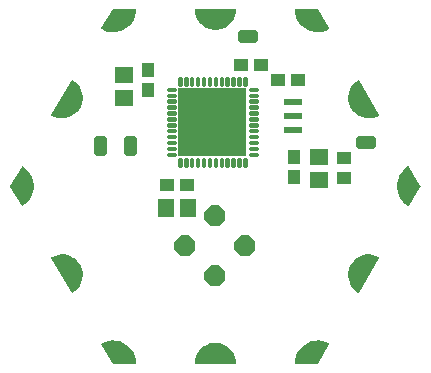
<source format=gbr>
G04 EAGLE Gerber RS-274X export*
G75*
%MOMM*%
%FSLAX34Y34*%
%LPD*%
%INSoldermask Bottom*%
%IPPOS*%
%AMOC8*
5,1,8,0,0,1.08239X$1,22.5*%
G01*
%ADD10R,1.601600X1.401600*%
%ADD11C,0.225016*%
%ADD12R,5.801588X5.801588*%
%ADD13R,1.501597X0.501600*%
%ADD14R,1.401600X1.601600*%
%ADD15R,1.101600X1.201600*%
%ADD16R,1.201600X1.101600*%
%ADD17C,0.605878*%
%ADD18C,1.101600*%
%ADD19P,1.924489X8X202.500000*%

G36*
X363231Y195709D02*
X363231Y195709D01*
X363260Y195706D01*
X363327Y195728D01*
X363397Y195742D01*
X363421Y195759D01*
X363449Y195768D01*
X363502Y195815D01*
X363561Y195855D01*
X363577Y195879D01*
X363599Y195899D01*
X363630Y195963D01*
X363668Y196022D01*
X363673Y196051D01*
X363685Y196077D01*
X363694Y196177D01*
X363701Y196219D01*
X363698Y196229D01*
X363700Y196243D01*
X363468Y199041D01*
X363458Y199075D01*
X363454Y199123D01*
X362765Y201844D01*
X362750Y201876D01*
X362738Y201922D01*
X361610Y204494D01*
X361590Y204522D01*
X361571Y204566D01*
X360035Y206917D01*
X360011Y206941D01*
X359985Y206982D01*
X358083Y209047D01*
X358055Y209068D01*
X358022Y209103D01*
X355807Y210828D01*
X355776Y210843D01*
X355738Y210873D01*
X353268Y212209D01*
X353235Y212219D01*
X353193Y212242D01*
X352007Y212650D01*
X350553Y213149D01*
X350537Y213154D01*
X350503Y213159D01*
X350457Y213174D01*
X347688Y213636D01*
X347653Y213635D01*
X347606Y213643D01*
X344798Y213643D01*
X344764Y213636D01*
X344716Y213636D01*
X341947Y213174D01*
X341914Y213162D01*
X341867Y213154D01*
X339211Y212242D01*
X339181Y212225D01*
X339136Y212209D01*
X336666Y210873D01*
X336640Y210851D01*
X336597Y210828D01*
X334382Y209103D01*
X334359Y209077D01*
X334321Y209047D01*
X332419Y206982D01*
X332401Y206952D01*
X332369Y206917D01*
X330833Y204566D01*
X330820Y204534D01*
X330794Y204494D01*
X329666Y201922D01*
X329659Y201889D01*
X329656Y201882D01*
X329650Y201873D01*
X329649Y201867D01*
X329639Y201844D01*
X328950Y199123D01*
X328948Y199088D01*
X328936Y199041D01*
X328704Y196243D01*
X328708Y196214D01*
X328703Y196185D01*
X328720Y196116D01*
X328728Y196046D01*
X328742Y196020D01*
X328749Y195992D01*
X328791Y195935D01*
X328826Y195873D01*
X328850Y195855D01*
X328867Y195832D01*
X328928Y195796D01*
X328985Y195753D01*
X329013Y195745D01*
X329038Y195730D01*
X329136Y195714D01*
X329177Y195703D01*
X329188Y195705D01*
X329202Y195703D01*
X363202Y195703D01*
X363231Y195709D01*
G37*
G36*
X347640Y478768D02*
X347640Y478768D01*
X347688Y478768D01*
X350457Y479230D01*
X350490Y479242D01*
X350537Y479250D01*
X353193Y480162D01*
X353223Y480179D01*
X353268Y480195D01*
X355738Y481531D01*
X355764Y481553D01*
X355807Y481576D01*
X358022Y483301D01*
X358045Y483327D01*
X358083Y483357D01*
X359985Y485422D01*
X360003Y485452D01*
X360035Y485487D01*
X361571Y487838D01*
X361584Y487870D01*
X361610Y487910D01*
X362738Y490482D01*
X362745Y490515D01*
X362765Y490560D01*
X363454Y493281D01*
X363456Y493316D01*
X363468Y493363D01*
X363700Y496161D01*
X363696Y496190D01*
X363701Y496219D01*
X363685Y496288D01*
X363676Y496358D01*
X363662Y496384D01*
X363655Y496412D01*
X363613Y496469D01*
X363578Y496531D01*
X363554Y496549D01*
X363537Y496572D01*
X363476Y496608D01*
X363419Y496651D01*
X363391Y496659D01*
X363366Y496674D01*
X363268Y496690D01*
X363227Y496701D01*
X363216Y496699D01*
X363202Y496701D01*
X329202Y496701D01*
X329173Y496695D01*
X329144Y496698D01*
X329077Y496676D01*
X329007Y496662D01*
X328983Y496645D01*
X328955Y496636D01*
X328902Y496589D01*
X328843Y496549D01*
X328828Y496525D01*
X328806Y496505D01*
X328774Y496441D01*
X328736Y496382D01*
X328731Y496353D01*
X328719Y496327D01*
X328710Y496227D01*
X328703Y496185D01*
X328706Y496175D01*
X328704Y496161D01*
X328936Y493363D01*
X328946Y493329D01*
X328950Y493281D01*
X329639Y490560D01*
X329654Y490528D01*
X329666Y490482D01*
X330794Y487910D01*
X330814Y487882D01*
X330833Y487838D01*
X332369Y485487D01*
X332393Y485463D01*
X332419Y485422D01*
X334321Y483357D01*
X334349Y483336D01*
X334382Y483301D01*
X336597Y481576D01*
X336628Y481561D01*
X336666Y481531D01*
X339136Y480195D01*
X339169Y480185D01*
X339211Y480162D01*
X341867Y479250D01*
X341901Y479246D01*
X341947Y479230D01*
X344716Y478768D01*
X344751Y478769D01*
X344798Y478761D01*
X347606Y478761D01*
X347640Y478768D01*
G37*
G36*
X224809Y256012D02*
X224809Y256012D01*
X224880Y256009D01*
X224907Y256019D01*
X224936Y256021D01*
X225026Y256063D01*
X225066Y256078D01*
X225074Y256086D01*
X225087Y256092D01*
X227390Y257691D01*
X227414Y257717D01*
X227454Y257744D01*
X229463Y259701D01*
X229482Y259730D01*
X229517Y259763D01*
X231176Y262024D01*
X231191Y262055D01*
X231220Y262094D01*
X232484Y264597D01*
X232493Y264631D01*
X232515Y264674D01*
X233351Y267351D01*
X233354Y267385D01*
X233369Y267431D01*
X233752Y270210D01*
X233750Y270244D01*
X233756Y270292D01*
X233677Y273095D01*
X233669Y273129D01*
X233668Y273177D01*
X233129Y275929D01*
X233115Y275961D01*
X233106Y276009D01*
X232121Y278634D01*
X232106Y278659D01*
X232101Y278679D01*
X232093Y278690D01*
X232086Y278709D01*
X230682Y281137D01*
X230659Y281163D01*
X230635Y281205D01*
X228851Y283368D01*
X228824Y283390D01*
X228793Y283427D01*
X226677Y285268D01*
X226647Y285285D01*
X226611Y285317D01*
X224220Y286784D01*
X224188Y286795D01*
X224147Y286821D01*
X221548Y287874D01*
X221514Y287881D01*
X221469Y287899D01*
X218732Y288510D01*
X218697Y288511D01*
X218650Y288522D01*
X215850Y288674D01*
X215816Y288669D01*
X215768Y288672D01*
X212980Y288362D01*
X212947Y288351D01*
X212899Y288346D01*
X210201Y287581D01*
X210171Y287565D01*
X210124Y287552D01*
X207589Y286353D01*
X207565Y286336D01*
X207538Y286326D01*
X207486Y286277D01*
X207429Y286234D01*
X207415Y286209D01*
X207394Y286189D01*
X207365Y286124D01*
X207329Y286063D01*
X207326Y286034D01*
X207314Y286007D01*
X207313Y285936D01*
X207304Y285865D01*
X207312Y285837D01*
X207312Y285808D01*
X207346Y285715D01*
X207358Y285674D01*
X207365Y285665D01*
X207370Y285652D01*
X224370Y256252D01*
X224389Y256230D01*
X224402Y256204D01*
X224455Y256156D01*
X224502Y256103D01*
X224528Y256091D01*
X224550Y256071D01*
X224617Y256048D01*
X224681Y256018D01*
X224710Y256016D01*
X224738Y256007D01*
X224809Y256012D01*
G37*
G36*
X476588Y403735D02*
X476588Y403735D01*
X476636Y403732D01*
X479424Y404042D01*
X479457Y404053D01*
X479505Y404058D01*
X482203Y404823D01*
X482233Y404839D01*
X482280Y404852D01*
X484815Y406051D01*
X484839Y406068D01*
X484866Y406078D01*
X484918Y406127D01*
X484975Y406170D01*
X484989Y406195D01*
X485011Y406215D01*
X485039Y406280D01*
X485075Y406342D01*
X485078Y406370D01*
X485090Y406397D01*
X485091Y406468D01*
X485100Y406539D01*
X485092Y406567D01*
X485092Y406596D01*
X485058Y406689D01*
X485046Y406730D01*
X485039Y406739D01*
X485034Y406752D01*
X468034Y436152D01*
X468015Y436174D01*
X468002Y436200D01*
X467949Y436248D01*
X467902Y436301D01*
X467876Y436313D01*
X467854Y436333D01*
X467787Y436356D01*
X467723Y436386D01*
X467694Y436388D01*
X467666Y436397D01*
X467595Y436392D01*
X467524Y436395D01*
X467497Y436385D01*
X467468Y436383D01*
X467378Y436341D01*
X467338Y436326D01*
X467330Y436318D01*
X467317Y436312D01*
X465014Y434713D01*
X464990Y434688D01*
X464950Y434660D01*
X462941Y432703D01*
X462922Y432674D01*
X462887Y432641D01*
X461228Y430380D01*
X461213Y430349D01*
X461184Y430310D01*
X459920Y427807D01*
X459911Y427773D01*
X459889Y427730D01*
X459053Y425053D01*
X459050Y425019D01*
X459035Y424973D01*
X458652Y422194D01*
X458654Y422160D01*
X458648Y422112D01*
X458727Y419309D01*
X458735Y419275D01*
X458736Y419227D01*
X459275Y416475D01*
X459289Y416443D01*
X459298Y416395D01*
X460283Y413770D01*
X460301Y413740D01*
X460318Y413695D01*
X461722Y411267D01*
X461745Y411241D01*
X461769Y411200D01*
X463553Y409036D01*
X463580Y409014D01*
X463611Y408977D01*
X465727Y407136D01*
X465757Y407119D01*
X465793Y407088D01*
X468184Y405620D01*
X468216Y405609D01*
X468257Y405583D01*
X470856Y404530D01*
X470890Y404523D01*
X470935Y404505D01*
X473672Y403894D01*
X473707Y403893D01*
X473754Y403882D01*
X476554Y403730D01*
X476588Y403735D01*
G37*
G36*
X467628Y256013D02*
X467628Y256013D01*
X467699Y256012D01*
X467726Y256023D01*
X467755Y256027D01*
X467817Y256061D01*
X467882Y256089D01*
X467903Y256110D01*
X467928Y256124D01*
X467991Y256200D01*
X468021Y256231D01*
X468025Y256241D01*
X468034Y256252D01*
X485034Y285652D01*
X485043Y285680D01*
X485060Y285704D01*
X485075Y285773D01*
X485097Y285841D01*
X485095Y285870D01*
X485101Y285898D01*
X485088Y285968D01*
X485082Y286039D01*
X485069Y286065D01*
X485063Y286093D01*
X485023Y286152D01*
X484991Y286215D01*
X484968Y286234D01*
X484952Y286258D01*
X484870Y286315D01*
X484837Y286342D01*
X484827Y286345D01*
X484815Y286353D01*
X482280Y287552D01*
X482246Y287560D01*
X482203Y287581D01*
X479505Y288346D01*
X479470Y288348D01*
X479424Y288362D01*
X476636Y288672D01*
X476602Y288669D01*
X476554Y288674D01*
X473754Y288522D01*
X473720Y288513D01*
X473672Y288510D01*
X470935Y287899D01*
X470903Y287885D01*
X470856Y287874D01*
X468257Y286821D01*
X468228Y286802D01*
X468184Y286784D01*
X465793Y285317D01*
X465768Y285293D01*
X465727Y285268D01*
X463611Y283427D01*
X463590Y283400D01*
X463553Y283368D01*
X461769Y281205D01*
X461753Y281174D01*
X461722Y281137D01*
X460318Y278709D01*
X460307Y278676D01*
X460300Y278663D01*
X460290Y278649D01*
X460290Y278646D01*
X460283Y278634D01*
X459298Y276009D01*
X459292Y275974D01*
X459275Y275929D01*
X458736Y273177D01*
X458736Y273143D01*
X458727Y273095D01*
X458648Y270292D01*
X458654Y270258D01*
X458652Y270210D01*
X459035Y267431D01*
X459047Y267399D01*
X459053Y267351D01*
X459889Y264674D01*
X459906Y264643D01*
X459920Y264597D01*
X461184Y262094D01*
X461206Y262067D01*
X461228Y262024D01*
X462887Y259763D01*
X462913Y259740D01*
X462941Y259701D01*
X464950Y257744D01*
X464979Y257725D01*
X465014Y257691D01*
X467317Y256092D01*
X467344Y256080D01*
X467367Y256062D01*
X467435Y256041D01*
X467500Y256013D01*
X467529Y256013D01*
X467557Y256005D01*
X467628Y256013D01*
G37*
G36*
X218650Y403882D02*
X218650Y403882D01*
X218684Y403891D01*
X218732Y403894D01*
X221469Y404505D01*
X221501Y404519D01*
X221548Y404530D01*
X224147Y405583D01*
X224176Y405602D01*
X224220Y405620D01*
X226611Y407088D01*
X226636Y407111D01*
X226677Y407136D01*
X228793Y408977D01*
X228814Y409004D01*
X228851Y409036D01*
X230635Y411200D01*
X230651Y411230D01*
X230682Y411267D01*
X232086Y413695D01*
X232097Y413728D01*
X232121Y413770D01*
X233106Y416395D01*
X233112Y416430D01*
X233129Y416475D01*
X233668Y419227D01*
X233668Y419262D01*
X233677Y419309D01*
X233756Y422112D01*
X233751Y422146D01*
X233752Y422194D01*
X233369Y424973D01*
X233357Y425005D01*
X233351Y425053D01*
X232515Y427730D01*
X232498Y427761D01*
X232484Y427807D01*
X231220Y430310D01*
X231198Y430337D01*
X231176Y430380D01*
X229517Y432641D01*
X229491Y432664D01*
X229463Y432703D01*
X227454Y434660D01*
X227425Y434679D01*
X227390Y434713D01*
X225087Y436312D01*
X225060Y436324D01*
X225037Y436342D01*
X224969Y436363D01*
X224904Y436391D01*
X224875Y436391D01*
X224847Y436399D01*
X224776Y436391D01*
X224705Y436392D01*
X224678Y436381D01*
X224649Y436377D01*
X224587Y436343D01*
X224522Y436315D01*
X224501Y436294D01*
X224476Y436280D01*
X224413Y436204D01*
X224383Y436173D01*
X224379Y436163D01*
X224370Y436152D01*
X207370Y406752D01*
X207361Y406724D01*
X207344Y406700D01*
X207329Y406631D01*
X207307Y406563D01*
X207309Y406534D01*
X207303Y406506D01*
X207316Y406436D01*
X207322Y406365D01*
X207335Y406339D01*
X207341Y406311D01*
X207381Y406252D01*
X207413Y406189D01*
X207436Y406170D01*
X207452Y406146D01*
X207534Y406089D01*
X207567Y406062D01*
X207577Y406059D01*
X207589Y406051D01*
X210124Y404852D01*
X210158Y404844D01*
X210201Y404823D01*
X212899Y404058D01*
X212934Y404056D01*
X212980Y404042D01*
X215768Y403732D01*
X215802Y403735D01*
X215850Y403730D01*
X218650Y403882D01*
G37*
G36*
X509929Y329213D02*
X509929Y329213D01*
X510000Y329213D01*
X510027Y329224D01*
X510056Y329227D01*
X510118Y329262D01*
X510183Y329290D01*
X510204Y329310D01*
X510229Y329325D01*
X510292Y329402D01*
X510322Y329432D01*
X510326Y329442D01*
X510335Y329453D01*
X519835Y345953D01*
X519845Y345985D01*
X519854Y345998D01*
X519858Y346022D01*
X519859Y346026D01*
X519890Y346096D01*
X519890Y346120D01*
X519898Y346142D01*
X519892Y346218D01*
X519893Y346295D01*
X519883Y346319D01*
X519882Y346340D01*
X519861Y346379D01*
X519835Y346451D01*
X510335Y362951D01*
X510316Y362973D01*
X510303Y362999D01*
X510250Y363047D01*
X510203Y363100D01*
X510177Y363113D01*
X510156Y363132D01*
X510088Y363155D01*
X510024Y363186D01*
X509995Y363188D01*
X509968Y363197D01*
X509896Y363192D01*
X509825Y363195D01*
X509798Y363185D01*
X509769Y363183D01*
X509679Y363141D01*
X509639Y363126D01*
X509631Y363119D01*
X509618Y363113D01*
X507095Y361371D01*
X507071Y361347D01*
X507033Y361320D01*
X504821Y359196D01*
X504802Y359168D01*
X504768Y359136D01*
X502926Y356685D01*
X502912Y356654D01*
X502883Y356617D01*
X501458Y353902D01*
X501449Y353871D01*
X501433Y353846D01*
X501432Y353838D01*
X501427Y353828D01*
X500456Y350920D01*
X500452Y350886D01*
X500437Y350842D01*
X499945Y347815D01*
X499946Y347781D01*
X499938Y347735D01*
X499938Y344669D01*
X499939Y344665D01*
X499939Y344663D01*
X499945Y344636D01*
X499945Y344589D01*
X500437Y341562D01*
X500449Y341531D01*
X500456Y341484D01*
X501427Y338576D01*
X501444Y338547D01*
X501458Y338502D01*
X502883Y335787D01*
X502905Y335761D01*
X502926Y335719D01*
X504768Y333268D01*
X504793Y333245D01*
X504821Y333208D01*
X507033Y331084D01*
X507061Y331066D01*
X507095Y331033D01*
X509618Y329291D01*
X509645Y329280D01*
X509667Y329261D01*
X509736Y329241D01*
X509801Y329213D01*
X509830Y329213D01*
X509858Y329205D01*
X509929Y329213D01*
G37*
G36*
X182508Y329212D02*
X182508Y329212D01*
X182579Y329209D01*
X182606Y329219D01*
X182635Y329221D01*
X182725Y329263D01*
X182765Y329278D01*
X182773Y329285D01*
X182786Y329291D01*
X185309Y331033D01*
X185333Y331057D01*
X185371Y331084D01*
X187583Y333208D01*
X187602Y333236D01*
X187636Y333268D01*
X189478Y335719D01*
X189492Y335750D01*
X189521Y335787D01*
X190946Y338502D01*
X190955Y338535D01*
X190977Y338576D01*
X191948Y341484D01*
X191952Y341518D01*
X191967Y341562D01*
X192459Y344589D01*
X192458Y344623D01*
X192466Y344669D01*
X192466Y347735D01*
X192459Y347768D01*
X192459Y347815D01*
X191967Y350842D01*
X191955Y350873D01*
X191948Y350920D01*
X190977Y353828D01*
X190964Y353851D01*
X190958Y353876D01*
X190951Y353885D01*
X190946Y353902D01*
X189521Y356617D01*
X189499Y356643D01*
X189478Y356685D01*
X187636Y359136D01*
X187611Y359159D01*
X187583Y359196D01*
X185371Y361320D01*
X185343Y361338D01*
X185309Y361371D01*
X182786Y363113D01*
X182759Y363124D01*
X182737Y363143D01*
X182668Y363163D01*
X182603Y363191D01*
X182574Y363191D01*
X182546Y363199D01*
X182475Y363191D01*
X182404Y363192D01*
X182377Y363180D01*
X182348Y363177D01*
X182286Y363142D01*
X182221Y363114D01*
X182200Y363094D01*
X182175Y363079D01*
X182112Y363002D01*
X182082Y362972D01*
X182078Y362962D01*
X182069Y362951D01*
X172569Y346451D01*
X172545Y346378D01*
X172514Y346308D01*
X172514Y346284D01*
X172506Y346262D01*
X172513Y346186D01*
X172512Y346109D01*
X172521Y346085D01*
X172522Y346064D01*
X172543Y346025D01*
X172562Y345973D01*
X172563Y345967D01*
X172565Y345965D01*
X172569Y345953D01*
X182069Y329453D01*
X182088Y329431D01*
X182101Y329405D01*
X182154Y329357D01*
X182201Y329304D01*
X182227Y329291D01*
X182249Y329272D01*
X182316Y329249D01*
X182380Y329218D01*
X182409Y329217D01*
X182436Y329207D01*
X182508Y329212D01*
G37*
G36*
X432878Y195718D02*
X432878Y195718D01*
X432956Y195727D01*
X432975Y195738D01*
X432997Y195742D01*
X433061Y195786D01*
X433129Y195825D01*
X433145Y195844D01*
X433161Y195855D01*
X433185Y195893D01*
X433235Y195953D01*
X442735Y212453D01*
X442744Y212480D01*
X442760Y212504D01*
X442775Y212574D01*
X442798Y212642D01*
X442795Y212670D01*
X442801Y212698D01*
X442788Y212769D01*
X442782Y212840D01*
X442769Y212865D01*
X442763Y212893D01*
X442723Y212953D01*
X442690Y213016D01*
X442668Y213034D01*
X442652Y213058D01*
X442569Y213116D01*
X442537Y213143D01*
X442526Y213146D01*
X442516Y213153D01*
X439750Y214462D01*
X439717Y214470D01*
X439674Y214490D01*
X436734Y215338D01*
X436700Y215341D01*
X436656Y215354D01*
X433618Y215719D01*
X433584Y215716D01*
X433537Y215722D01*
X430480Y215595D01*
X430447Y215587D01*
X430400Y215586D01*
X427403Y214970D01*
X427372Y214957D01*
X427326Y214948D01*
X424466Y213859D01*
X424438Y213841D01*
X424394Y213825D01*
X421746Y212291D01*
X421720Y212269D01*
X421680Y212246D01*
X419312Y210308D01*
X419290Y210281D01*
X419254Y210252D01*
X417227Y207959D01*
X417211Y207930D01*
X417179Y207895D01*
X415547Y205307D01*
X415535Y205275D01*
X415510Y205236D01*
X414314Y202419D01*
X414307Y202386D01*
X414304Y202379D01*
X414300Y202373D01*
X414299Y202367D01*
X414288Y202343D01*
X413560Y199371D01*
X413558Y199337D01*
X413547Y199292D01*
X413304Y196242D01*
X413308Y196213D01*
X413303Y196185D01*
X413320Y196116D01*
X413328Y196044D01*
X413343Y196020D01*
X413349Y195992D01*
X413392Y195934D01*
X413428Y195872D01*
X413450Y195855D01*
X413467Y195832D01*
X413529Y195795D01*
X413586Y195752D01*
X413614Y195745D01*
X413638Y195730D01*
X413738Y195714D01*
X413779Y195703D01*
X413789Y195705D01*
X413802Y195703D01*
X432802Y195703D01*
X432878Y195718D01*
G37*
G36*
X433571Y476687D02*
X433571Y476687D01*
X433618Y476685D01*
X436656Y477050D01*
X436688Y477061D01*
X436734Y477066D01*
X439674Y477914D01*
X439704Y477930D01*
X439750Y477942D01*
X442516Y479251D01*
X442538Y479268D01*
X442565Y479278D01*
X442617Y479327D01*
X442675Y479370D01*
X442689Y479395D01*
X442710Y479414D01*
X442739Y479480D01*
X442775Y479542D01*
X442778Y479570D01*
X442790Y479596D01*
X442791Y479668D01*
X442800Y479739D01*
X442792Y479766D01*
X442793Y479795D01*
X442757Y479890D01*
X442746Y479930D01*
X442739Y479939D01*
X442735Y479951D01*
X433235Y496451D01*
X433183Y496510D01*
X433137Y496572D01*
X433118Y496583D01*
X433103Y496600D01*
X433033Y496634D01*
X432966Y496674D01*
X432942Y496678D01*
X432924Y496686D01*
X432879Y496688D01*
X432802Y496701D01*
X413802Y496701D01*
X413774Y496696D01*
X413746Y496698D01*
X413678Y496676D01*
X413607Y496662D01*
X413584Y496646D01*
X413557Y496637D01*
X413502Y496590D01*
X413443Y496549D01*
X413428Y496525D01*
X413407Y496507D01*
X413375Y496442D01*
X413336Y496382D01*
X413331Y496354D01*
X413319Y496328D01*
X413310Y496227D01*
X413303Y496185D01*
X413305Y496175D01*
X413304Y496162D01*
X413547Y493112D01*
X413556Y493080D01*
X413560Y493033D01*
X414288Y490061D01*
X414303Y490030D01*
X414314Y489985D01*
X415510Y487168D01*
X415529Y487140D01*
X415547Y487097D01*
X417179Y484509D01*
X417203Y484485D01*
X417227Y484445D01*
X419254Y482152D01*
X419281Y482132D01*
X419312Y482096D01*
X421680Y480158D01*
X421710Y480142D01*
X421746Y480113D01*
X424394Y478580D01*
X424426Y478569D01*
X424466Y478545D01*
X427326Y477457D01*
X427359Y477451D01*
X427403Y477434D01*
X430400Y476818D01*
X430434Y476818D01*
X430480Y476809D01*
X433537Y476682D01*
X433571Y476687D01*
G37*
G36*
X278630Y195708D02*
X278630Y195708D01*
X278658Y195706D01*
X278726Y195728D01*
X278797Y195742D01*
X278820Y195758D01*
X278847Y195767D01*
X278902Y195814D01*
X278961Y195855D01*
X278976Y195879D01*
X278998Y195897D01*
X279029Y195962D01*
X279068Y196022D01*
X279073Y196050D01*
X279085Y196076D01*
X279094Y196177D01*
X279101Y196219D01*
X279099Y196229D01*
X279100Y196242D01*
X278857Y199292D01*
X278848Y199324D01*
X278844Y199371D01*
X278116Y202343D01*
X278101Y202374D01*
X278090Y202419D01*
X276894Y205236D01*
X276875Y205264D01*
X276857Y205307D01*
X275225Y207895D01*
X275201Y207919D01*
X275177Y207959D01*
X273150Y210252D01*
X273123Y210272D01*
X273092Y210308D01*
X270725Y212246D01*
X270694Y212262D01*
X270658Y212291D01*
X268010Y213825D01*
X267978Y213835D01*
X267938Y213859D01*
X265078Y214948D01*
X265045Y214953D01*
X265001Y214970D01*
X262004Y215586D01*
X261970Y215586D01*
X261924Y215595D01*
X258867Y215722D01*
X258833Y215717D01*
X258786Y215719D01*
X255748Y215354D01*
X255716Y215343D01*
X255670Y215338D01*
X252730Y214490D01*
X252700Y214474D01*
X252655Y214462D01*
X249889Y213153D01*
X249866Y213136D01*
X249839Y213126D01*
X249787Y213077D01*
X249729Y213034D01*
X249715Y213009D01*
X249694Y212990D01*
X249665Y212924D01*
X249629Y212862D01*
X249626Y212834D01*
X249614Y212808D01*
X249613Y212736D01*
X249604Y212665D01*
X249612Y212638D01*
X249612Y212609D01*
X249647Y212514D01*
X249658Y212474D01*
X249665Y212465D01*
X249669Y212453D01*
X259169Y195953D01*
X259221Y195895D01*
X259267Y195832D01*
X259286Y195821D01*
X259301Y195804D01*
X259371Y195770D01*
X259438Y195730D01*
X259463Y195726D01*
X259480Y195718D01*
X259525Y195716D01*
X259602Y195703D01*
X278602Y195703D01*
X278630Y195708D01*
G37*
G36*
X261924Y476809D02*
X261924Y476809D01*
X261957Y476817D01*
X262004Y476818D01*
X265001Y477434D01*
X265032Y477447D01*
X265078Y477457D01*
X267938Y478545D01*
X267967Y478563D01*
X268010Y478580D01*
X270658Y480113D01*
X270684Y480135D01*
X270725Y480158D01*
X273092Y482096D01*
X273114Y482123D01*
X273150Y482152D01*
X275177Y484445D01*
X275194Y484474D01*
X275225Y484509D01*
X276857Y487097D01*
X276869Y487129D01*
X276894Y487168D01*
X278090Y489985D01*
X278097Y490018D01*
X278116Y490061D01*
X278844Y493033D01*
X278846Y493067D01*
X278857Y493112D01*
X279100Y496162D01*
X279096Y496191D01*
X279101Y496219D01*
X279084Y496288D01*
X279076Y496360D01*
X279062Y496384D01*
X279055Y496412D01*
X279012Y496470D01*
X278977Y496532D01*
X278954Y496549D01*
X278937Y496572D01*
X278875Y496609D01*
X278818Y496652D01*
X278790Y496659D01*
X278766Y496674D01*
X278666Y496690D01*
X278625Y496701D01*
X278615Y496699D01*
X278602Y496701D01*
X259602Y496701D01*
X259526Y496686D01*
X259448Y496677D01*
X259429Y496666D01*
X259407Y496662D01*
X259343Y496618D01*
X259275Y496579D01*
X259259Y496560D01*
X259243Y496549D01*
X259219Y496511D01*
X259169Y496451D01*
X249669Y479951D01*
X249660Y479924D01*
X249644Y479900D01*
X249629Y479830D01*
X249606Y479762D01*
X249609Y479734D01*
X249603Y479706D01*
X249617Y479636D01*
X249622Y479564D01*
X249635Y479539D01*
X249641Y479511D01*
X249681Y479451D01*
X249714Y479388D01*
X249736Y479370D01*
X249752Y479346D01*
X249835Y479288D01*
X249867Y479261D01*
X249878Y479258D01*
X249889Y479251D01*
X252655Y477942D01*
X252688Y477934D01*
X252730Y477914D01*
X255670Y477066D01*
X255704Y477063D01*
X255748Y477050D01*
X258786Y476685D01*
X258820Y476688D01*
X258867Y476682D01*
X261924Y476809D01*
G37*
D10*
X433587Y351778D03*
X433587Y370778D03*
D11*
X375279Y427679D02*
X375279Y428945D01*
X381045Y428945D01*
X381045Y427679D01*
X375279Y427679D01*
X375279Y423945D02*
X375279Y422679D01*
X375279Y423945D02*
X381045Y423945D01*
X381045Y422679D01*
X375279Y422679D01*
X375279Y418945D02*
X375279Y417679D01*
X375279Y418945D02*
X381045Y418945D01*
X381045Y417679D01*
X375279Y417679D01*
X375279Y413945D02*
X375279Y412679D01*
X375279Y413945D02*
X381045Y413945D01*
X381045Y412679D01*
X375279Y412679D01*
X375279Y408945D02*
X375279Y407679D01*
X375279Y408945D02*
X381045Y408945D01*
X381045Y407679D01*
X375279Y407679D01*
X375279Y403945D02*
X375279Y402679D01*
X375279Y403945D02*
X381045Y403945D01*
X381045Y402679D01*
X375279Y402679D01*
X375279Y398945D02*
X375279Y397679D01*
X375279Y398945D02*
X381045Y398945D01*
X381045Y397679D01*
X375279Y397679D01*
X375279Y393945D02*
X375279Y392679D01*
X375279Y393945D02*
X381045Y393945D01*
X381045Y392679D01*
X375279Y392679D01*
X375279Y388945D02*
X375279Y387679D01*
X375279Y388945D02*
X381045Y388945D01*
X381045Y387679D01*
X375279Y387679D01*
X375279Y383945D02*
X375279Y382679D01*
X375279Y383945D02*
X381045Y383945D01*
X381045Y382679D01*
X375279Y382679D01*
X375279Y378945D02*
X375279Y377679D01*
X375279Y378945D02*
X381045Y378945D01*
X381045Y377679D01*
X375279Y377679D01*
X375279Y373945D02*
X375279Y372679D01*
X375279Y373945D02*
X381045Y373945D01*
X381045Y372679D01*
X375279Y372679D01*
X371795Y369195D02*
X370529Y369195D01*
X371795Y369195D02*
X371795Y363429D01*
X370529Y363429D01*
X370529Y369195D01*
X370529Y365566D02*
X371795Y365566D01*
X371795Y367703D02*
X370529Y367703D01*
X366795Y369195D02*
X365529Y369195D01*
X366795Y369195D02*
X366795Y363429D01*
X365529Y363429D01*
X365529Y369195D01*
X365529Y365566D02*
X366795Y365566D01*
X366795Y367703D02*
X365529Y367703D01*
X361795Y369195D02*
X360529Y369195D01*
X361795Y369195D02*
X361795Y363429D01*
X360529Y363429D01*
X360529Y369195D01*
X360529Y365566D02*
X361795Y365566D01*
X361795Y367703D02*
X360529Y367703D01*
X356795Y369195D02*
X355529Y369195D01*
X356795Y369195D02*
X356795Y363429D01*
X355529Y363429D01*
X355529Y369195D01*
X355529Y365566D02*
X356795Y365566D01*
X356795Y367703D02*
X355529Y367703D01*
X351795Y369195D02*
X350529Y369195D01*
X351795Y369195D02*
X351795Y363429D01*
X350529Y363429D01*
X350529Y369195D01*
X350529Y365566D02*
X351795Y365566D01*
X351795Y367703D02*
X350529Y367703D01*
X346795Y369195D02*
X345529Y369195D01*
X346795Y369195D02*
X346795Y363429D01*
X345529Y363429D01*
X345529Y369195D01*
X345529Y365566D02*
X346795Y365566D01*
X346795Y367703D02*
X345529Y367703D01*
X341795Y369195D02*
X340529Y369195D01*
X341795Y369195D02*
X341795Y363429D01*
X340529Y363429D01*
X340529Y369195D01*
X340529Y365566D02*
X341795Y365566D01*
X341795Y367703D02*
X340529Y367703D01*
X336795Y369195D02*
X335529Y369195D01*
X336795Y369195D02*
X336795Y363429D01*
X335529Y363429D01*
X335529Y369195D01*
X335529Y365566D02*
X336795Y365566D01*
X336795Y367703D02*
X335529Y367703D01*
X331795Y369195D02*
X330529Y369195D01*
X331795Y369195D02*
X331795Y363429D01*
X330529Y363429D01*
X330529Y369195D01*
X330529Y365566D02*
X331795Y365566D01*
X331795Y367703D02*
X330529Y367703D01*
X326795Y369195D02*
X325529Y369195D01*
X326795Y369195D02*
X326795Y363429D01*
X325529Y363429D01*
X325529Y369195D01*
X325529Y365566D02*
X326795Y365566D01*
X326795Y367703D02*
X325529Y367703D01*
X321795Y369195D02*
X320529Y369195D01*
X321795Y369195D02*
X321795Y363429D01*
X320529Y363429D01*
X320529Y369195D01*
X320529Y365566D02*
X321795Y365566D01*
X321795Y367703D02*
X320529Y367703D01*
X316795Y369195D02*
X315529Y369195D01*
X316795Y369195D02*
X316795Y363429D01*
X315529Y363429D01*
X315529Y369195D01*
X315529Y365566D02*
X316795Y365566D01*
X316795Y367703D02*
X315529Y367703D01*
X312045Y372679D02*
X312045Y373945D01*
X312045Y372679D02*
X306279Y372679D01*
X306279Y373945D01*
X312045Y373945D01*
X312045Y377679D02*
X312045Y378945D01*
X312045Y377679D02*
X306279Y377679D01*
X306279Y378945D01*
X312045Y378945D01*
X312045Y382679D02*
X312045Y383945D01*
X312045Y382679D02*
X306279Y382679D01*
X306279Y383945D01*
X312045Y383945D01*
X312045Y387679D02*
X312045Y388945D01*
X312045Y387679D02*
X306279Y387679D01*
X306279Y388945D01*
X312045Y388945D01*
X312045Y392679D02*
X312045Y393945D01*
X312045Y392679D02*
X306279Y392679D01*
X306279Y393945D01*
X312045Y393945D01*
X312045Y397679D02*
X312045Y398945D01*
X312045Y397679D02*
X306279Y397679D01*
X306279Y398945D01*
X312045Y398945D01*
X312045Y402679D02*
X312045Y403945D01*
X312045Y402679D02*
X306279Y402679D01*
X306279Y403945D01*
X312045Y403945D01*
X312045Y407679D02*
X312045Y408945D01*
X312045Y407679D02*
X306279Y407679D01*
X306279Y408945D01*
X312045Y408945D01*
X312045Y412679D02*
X312045Y413945D01*
X312045Y412679D02*
X306279Y412679D01*
X306279Y413945D01*
X312045Y413945D01*
X312045Y417679D02*
X312045Y418945D01*
X312045Y417679D02*
X306279Y417679D01*
X306279Y418945D01*
X312045Y418945D01*
X312045Y422679D02*
X312045Y423945D01*
X312045Y422679D02*
X306279Y422679D01*
X306279Y423945D01*
X312045Y423945D01*
X312045Y427679D02*
X312045Y428945D01*
X312045Y427679D02*
X306279Y427679D01*
X306279Y428945D01*
X312045Y428945D01*
X315529Y432429D02*
X316795Y432429D01*
X315529Y432429D02*
X315529Y438195D01*
X316795Y438195D01*
X316795Y432429D01*
X316795Y434566D02*
X315529Y434566D01*
X315529Y436703D02*
X316795Y436703D01*
X320529Y432429D02*
X321795Y432429D01*
X320529Y432429D02*
X320529Y438195D01*
X321795Y438195D01*
X321795Y432429D01*
X321795Y434566D02*
X320529Y434566D01*
X320529Y436703D02*
X321795Y436703D01*
X325529Y432429D02*
X326795Y432429D01*
X325529Y432429D02*
X325529Y438195D01*
X326795Y438195D01*
X326795Y432429D01*
X326795Y434566D02*
X325529Y434566D01*
X325529Y436703D02*
X326795Y436703D01*
X330529Y432429D02*
X331795Y432429D01*
X330529Y432429D02*
X330529Y438195D01*
X331795Y438195D01*
X331795Y432429D01*
X331795Y434566D02*
X330529Y434566D01*
X330529Y436703D02*
X331795Y436703D01*
X335529Y432429D02*
X336795Y432429D01*
X335529Y432429D02*
X335529Y438195D01*
X336795Y438195D01*
X336795Y432429D01*
X336795Y434566D02*
X335529Y434566D01*
X335529Y436703D02*
X336795Y436703D01*
X340529Y432429D02*
X341795Y432429D01*
X340529Y432429D02*
X340529Y438195D01*
X341795Y438195D01*
X341795Y432429D01*
X341795Y434566D02*
X340529Y434566D01*
X340529Y436703D02*
X341795Y436703D01*
X345529Y432429D02*
X346795Y432429D01*
X345529Y432429D02*
X345529Y438195D01*
X346795Y438195D01*
X346795Y432429D01*
X346795Y434566D02*
X345529Y434566D01*
X345529Y436703D02*
X346795Y436703D01*
X350529Y432429D02*
X351795Y432429D01*
X350529Y432429D02*
X350529Y438195D01*
X351795Y438195D01*
X351795Y432429D01*
X351795Y434566D02*
X350529Y434566D01*
X350529Y436703D02*
X351795Y436703D01*
X355529Y432429D02*
X356795Y432429D01*
X355529Y432429D02*
X355529Y438195D01*
X356795Y438195D01*
X356795Y432429D01*
X356795Y434566D02*
X355529Y434566D01*
X355529Y436703D02*
X356795Y436703D01*
X360529Y432429D02*
X361795Y432429D01*
X360529Y432429D02*
X360529Y438195D01*
X361795Y438195D01*
X361795Y432429D01*
X361795Y434566D02*
X360529Y434566D01*
X360529Y436703D02*
X361795Y436703D01*
X365529Y432429D02*
X366795Y432429D01*
X365529Y432429D02*
X365529Y438195D01*
X366795Y438195D01*
X366795Y432429D01*
X366795Y434566D02*
X365529Y434566D01*
X365529Y436703D02*
X366795Y436703D01*
X370529Y432429D02*
X371795Y432429D01*
X370529Y432429D02*
X370529Y438195D01*
X371795Y438195D01*
X371795Y432429D01*
X371795Y434566D02*
X370529Y434566D01*
X370529Y436703D02*
X371795Y436703D01*
D12*
X343662Y400812D03*
D13*
X411955Y417620D03*
X411955Y405620D03*
X411955Y393620D03*
D14*
X304327Y327472D03*
X323327Y327472D03*
D10*
X268417Y440421D03*
X268417Y421421D03*
D15*
X412346Y353874D03*
X412346Y370874D03*
D16*
X384656Y448813D03*
X367656Y448813D03*
D15*
X288724Y444575D03*
X288724Y427575D03*
D16*
X305142Y347680D03*
X322142Y347680D03*
X398929Y436004D03*
X415929Y436004D03*
X454823Y352957D03*
X454823Y369957D03*
D17*
X276291Y375013D02*
X276291Y385971D01*
X276291Y375013D02*
X271333Y375013D01*
X271333Y385971D01*
X276291Y385971D01*
X276291Y380769D02*
X271333Y380769D01*
X245933Y385971D02*
X245933Y375013D01*
X245933Y385971D02*
X250891Y385971D01*
X250891Y375013D01*
X245933Y375013D01*
X245933Y380769D02*
X250891Y380769D01*
X367647Y476189D02*
X378605Y476189D01*
X378605Y471231D01*
X367647Y471231D01*
X367647Y476189D01*
X467469Y381061D02*
X478427Y381061D01*
X467469Y381061D02*
X467469Y386019D01*
X478427Y386019D01*
X478427Y381061D01*
D18*
X428802Y489302D03*
X511402Y346202D03*
X428802Y203102D03*
X263602Y203102D03*
X181002Y346202D03*
X263602Y489302D03*
X470102Y417702D03*
X470102Y274702D03*
X346202Y203102D03*
X222302Y274702D03*
X222302Y417702D03*
X346202Y489302D03*
D19*
X345440Y321310D03*
X320040Y295910D03*
X345440Y270510D03*
X370840Y295910D03*
M02*

</source>
